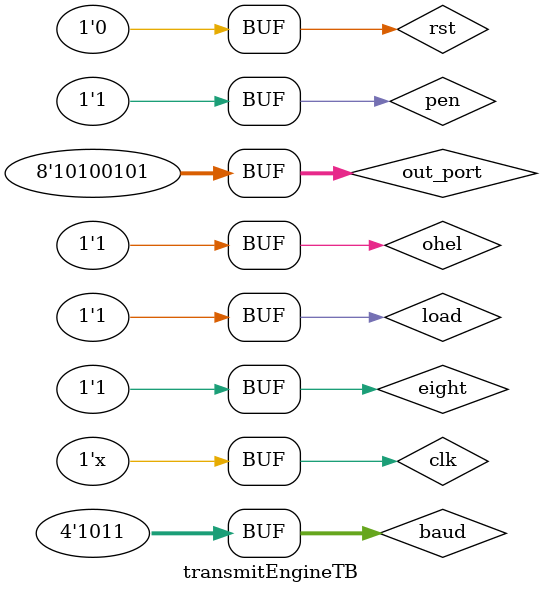
<source format=v>
`timescale 1ns / 1ps

module transmitEngineTB;

	reg clk, rst, eight, pen, ohel, load;
	reg [7:0] out_port;
	reg [3:0] baud;
	
	wire Tx, TxRDY;
	wire [10:0] s_out;						 
	transmit_engine uut(.load(load), .out_port(out_port), .EIGHT(eight), .PEN(pen), 
	                    .OHEL(ohel), .BAUD(baud), .Tx(Tx), .clk(clk), .rst(rst), .TxRDY(TxRDY),
	                    .s_out(s_out));
	// Create and Toggle the Clk
	always #5 clk = ~clk;

	initial begin
	
		// Initialize Inputs
		clk = 0; rst = 1;
		eight = 0; pen = 0; ohel = 0;
		load = 0; out_port = 8'hA5; baud = 4'b1011;
		
		// Wait 100 ns for global reset to finish
		#100;
        rst = 0; 
		load = 1;
		
		#100;
		
		// Add stimulus here
		
		/*******************************
		 * case = 000
		 * output = 11_0100101_01
		 *******************************/
		 eight = 0; pen = 0; ohel = 0; load = 0;
		 
		 /*******************************
		 * case = 001
		 * output = 11_0100101_01 
		 *******************************/
		 #100;
		 eight = 0; pen = 0; ohel = 1; load = 1;
		 
		 /*******************************
		 * case = 010
		 * output = 11_0100101_01 
		 *******************************/
		 #100;
		 eight = 0; pen = 1; ohel = 0; load = 0;
		 
		 /*******************************
		 * case = 011
		 * output = 10_0100101_01 
		 *******************************/
		 #100;
		 eight = 0; pen = 1; ohel = 1; load = 1;
		 
		 /*******************************
		 * case = 100
		 * output = 10_0100101_01 
		 *******************************/
		 #100;
		 eight = 1; pen = 0; ohel = 0; load = 1;
		 
		 /*******************************
		 * case = 101
		 * output = 11_0100101_01
		 *******************************/
		 #100;
		 eight = 1; pen = 0; ohel = 1; load = 1;
		 
		 /*******************************
		 * case = 110
		 * output = 01_0100101_01
		 *******************************/
		 #100;
		 eight = 1; pen = 1; ohel = 0; load = 1;
		
		/*******************************
		 * case = 111
		 * output = 11_0100101_01
		 *******************************/
		 #100;
		 eight = 1; pen = 1; ohel = 1; load = 1;
		 

	end
      
endmodule


</source>
